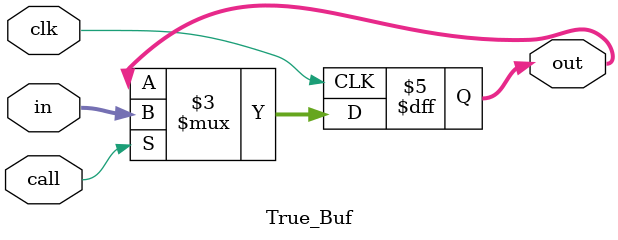
<source format=v>
module True_Buf(input [15:0] in, input clk, input call, output reg [15:0] out);

    always @(posedge clk) begin
        if (call)
            out = in;
    end

endmodule

</source>
